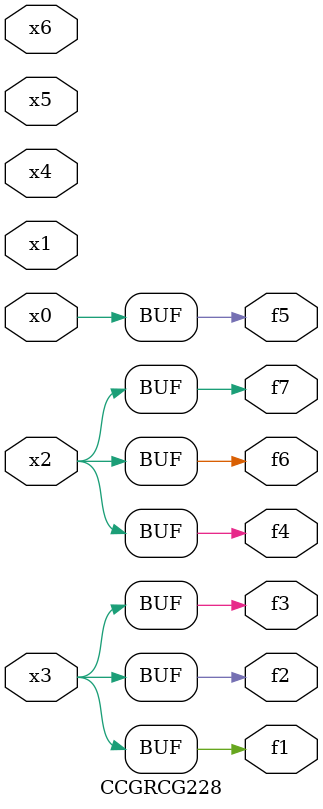
<source format=v>
module CCGRCG228(
	input x0, x1, x2, x3, x4, x5, x6,
	output f1, f2, f3, f4, f5, f6, f7
);
	assign f1 = x3;
	assign f2 = x3;
	assign f3 = x3;
	assign f4 = x2;
	assign f5 = x0;
	assign f6 = x2;
	assign f7 = x2;
endmodule

</source>
